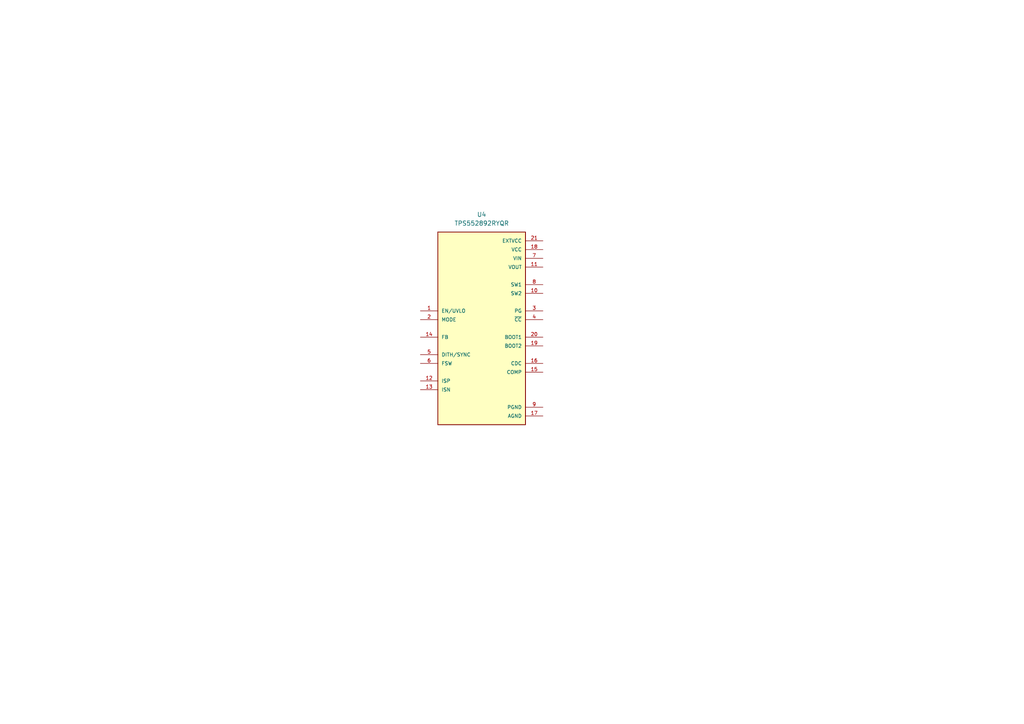
<source format=kicad_sch>
(kicad_sch (version 20230121) (generator eeschema)
  (paper "A4")
  (lib_symbols
    (symbol "DW_custom_symbols:TPS552892RYQR" (pin_names (offset 1.016))
      (property "Reference" "U" (at -12.7 30.48 0))
      (property "Value" "TPS552892RYQR" (at -12.7 -30.48 0))
      (symbol "TPS552892RYQR_0_0"
        (rectangle (start -12.7 -27.94) (end 12.7 27.94) (stroke (width 0.254)) (fill (type background)))
        (pin input line (at -17.78 5.08 0) (length 5.08) (name "EN/UVLO") (number "1"))
        (pin power_in line (at 17.78 10.16 180) (length 5.08) (name "SW2") (number "10"))
        (pin power_in line (at 17.78 17.78 180) (length 5.08) (name "VOUT") (number "11"))
        (pin input line (at -17.78 -15.24 0) (length 5.08) (name "ISP") (number "12"))
        (pin input line (at -17.78 -17.78 0) (length 5.08) (name "ISN") (number "13"))
        (pin input line (at -17.78 -2.54 0) (length 5.08) (name "FB") (number "14"))
        (pin output line (at 17.78 -12.7 180) (length 5.08) (name "COMP") (number "15"))
        (pin output line (at 17.78 -10.16 180) (length 5.08) (name "CDC") (number "16"))
        (pin power_in line (at 17.78 -25.4 180) (length 5.08) (name "AGND") (number "17"))
        (pin power_in line (at 17.78 22.86 180) (length 5.08) (name "VCC") (number "18"))
        (pin output line (at 17.78 -5.08 180) (length 5.08) (name "BOOT2") (number "19"))
        (pin input line (at -17.78 2.54 0) (length 5.08) (name "MODE") (number "2"))
        (pin output line (at 17.78 -2.54 180) (length 5.08) (name "BOOT1") (number "20"))
        (pin power_in line (at 17.78 25.4 180) (length 5.08) (name "EXTVCC") (number "21"))
        (pin output line (at 17.78 5.08 180) (length 5.08) (name "PG") (number "3"))
        (pin output line (at 17.78 2.54 180) (length 5.08) (name "~{CC}") (number "4"))
        (pin input line (at -17.78 -7.62 0) (length 5.08) (name "DITH/SYNC") (number "5"))
        (pin input line (at -17.78 -10.16 0) (length 5.08) (name "FSW") (number "6"))
        (pin power_in line (at 17.78 20.32 180) (length 5.08) (name "VIN") (number "7"))
        (pin power_in line (at 17.78 12.7 180) (length 5.08) (name "SW1") (number "8"))
        (pin power_in line (at 17.78 -22.86 180) (length 5.08) (name "PGND") (number "9"))
      )
    )
  )
  (symbol (lib_id "DW_custom_symbols:TPS552892RYQR") (at 139.7 95.25 0) (unit 1)
    (property "Reference" "U4" (at 139.7 62.23 0))
    (property "Value" "TPS552892RYQR" (at 139.7 64.77 0))
    (property "Footprint" "TPS552892RYQR:CONV_TPS552892RYQR" (effects hide))
    (property "MF" "Texas Instruments" (effects hide))
    (property "MAXIMUM_PACKAGE_HEIGHT" "1.00mm" (effects hide))
    (property "Package" "None" (effects hide))
    (property "Price" "None" (effects hide))
    (property "Check_prices" "https://www.snapeda.com/parts/TPS552892RYQR/Texas+Instruments/view-part/?ref=eda" (effects hide))
    (property "STANDARD" "Manufacturer Recommendations" (effects hide))
    (property "PARTREV" "A" (effects hide))
    (property "SnapEDA_Link" "https://www.snapeda.com/parts/TPS552892RYQR/Texas+Instruments/view-part/?ref=snap" (effects hide))
    (property "MP" "TPS552892RYQR" (effects hide))
    (property "Purchase-URL" "https://www.snapeda.com/api/url_track_click_mouser/?unipart_id=13805360&manufacturer=Texas Instruments&part_name=TPS552892RYQR&search_term=tps55289" (effects hide))
    (property "Description" "\nBuck-Boost Switching Regulator IC Positive Programmable 0.8V 1 Output 5A 21-PowerVFQFN\n" (effects hide))
    (property "Availability" "In Stock" (effects hide))
    (property "MANUFACTURER" "Texas Instruments" (effects hide))
  )
)
</source>
